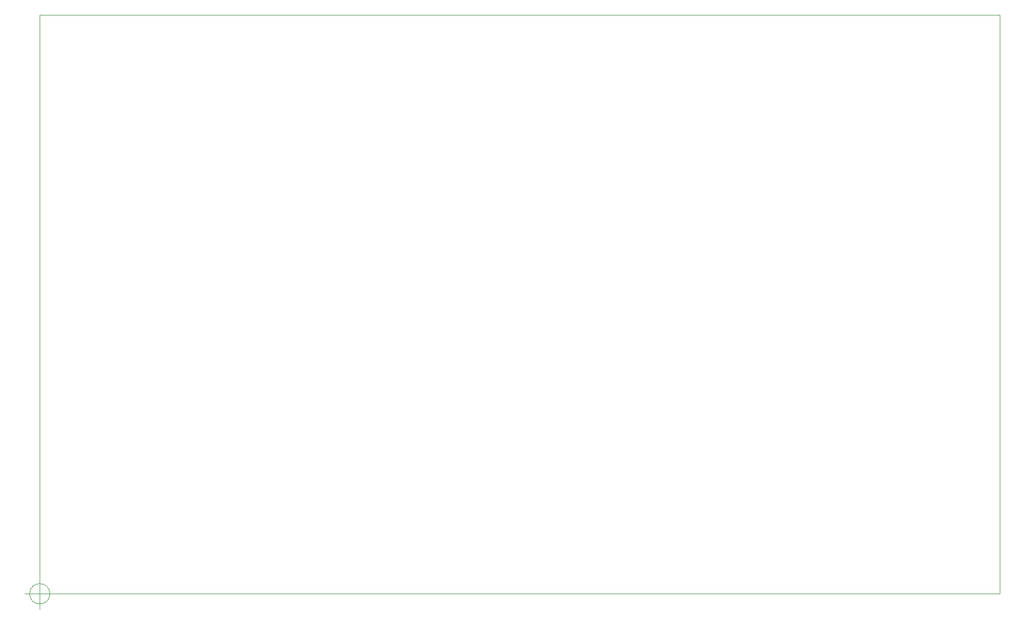
<source format=gm1>
G04 #@! TF.GenerationSoftware,KiCad,Pcbnew,(5.1.9-0-10_14)*
G04 #@! TF.CreationDate,2021-07-01T21:33:32-05:00*
G04 #@! TF.ProjectId,covg_daq_v2,636f7667-5f64-4617-915f-76322e6b6963,rev?*
G04 #@! TF.SameCoordinates,Original*
G04 #@! TF.FileFunction,Profile,NP*
%FSLAX46Y46*%
G04 Gerber Fmt 4.6, Leading zero omitted, Abs format (unit mm)*
G04 Created by KiCad (PCBNEW (5.1.9-0-10_14)) date 2021-07-01 21:33:32*
%MOMM*%
%LPD*%
G01*
G04 APERTURE LIST*
G04 #@! TA.AperFunction,Profile*
%ADD10C,0.050000*%
G04 #@! TD*
G04 APERTURE END LIST*
D10*
X1666666Y0D02*
G75*
G03*
X1666666Y0I-1666666J0D01*
G01*
X-2500000Y0D02*
X2500000Y0D01*
X0Y2500000D02*
X0Y-2500000D01*
X0Y0D02*
X157800000Y0D01*
X157800000Y0D02*
X157800000Y95200000D01*
X157800000Y95200000D02*
X0Y95200000D01*
X0Y95200000D02*
X0Y0D01*
M02*

</source>
